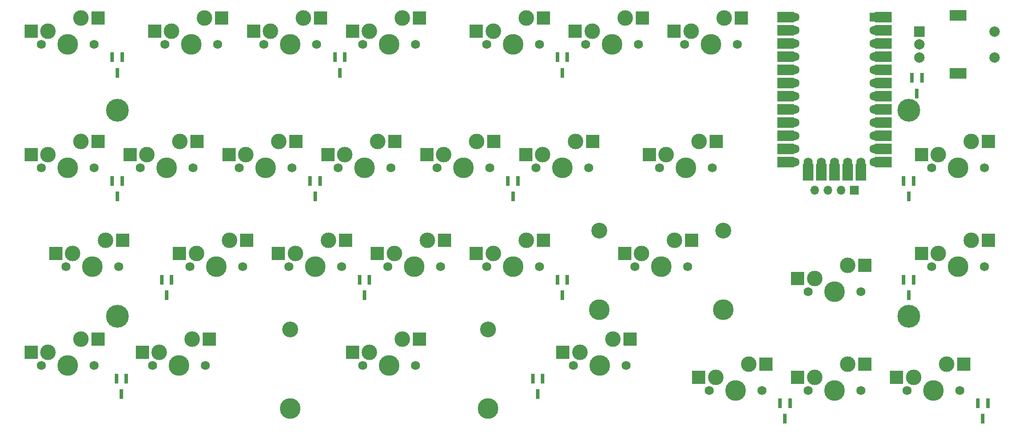
<source format=gbs>
G04 #@! TF.GenerationSoftware,KiCad,Pcbnew,(6.0.1-0)*
G04 #@! TF.CreationDate,2022-06-20T08:18:33-07:00*
G04 #@! TF.ProjectId,pcb,7063622e-6b69-4636-9164-5f7063625858,rev?*
G04 #@! TF.SameCoordinates,Original*
G04 #@! TF.FileFunction,Soldermask,Bot*
G04 #@! TF.FilePolarity,Negative*
%FSLAX46Y46*%
G04 Gerber Fmt 4.6, Leading zero omitted, Abs format (unit mm)*
G04 Created by KiCad (PCBNEW (6.0.1-0)) date 2022-06-20 08:18:33*
%MOMM*%
%LPD*%
G01*
G04 APERTURE LIST*
%ADD10C,3.000000*%
%ADD11C,3.987800*%
%ADD12C,1.750000*%
%ADD13R,2.550000X2.500000*%
%ADD14C,4.400000*%
%ADD15R,2.000000X2.000000*%
%ADD16C,2.000000*%
%ADD17R,3.200000X2.000000*%
%ADD18C,3.048000*%
%ADD19R,1.700000X1.700000*%
%ADD20O,1.700000X1.700000*%
%ADD21R,0.800000X1.900000*%
%ADD22R,1.752600X1.752600*%
%ADD23R,3.250000X2.000000*%
%ADD24C,1.752600*%
%ADD25R,2.000000X3.250000*%
G04 APERTURE END LIST*
D10*
X58102500Y-45085000D03*
X64452500Y-42545000D03*
D11*
X61912500Y-47625000D03*
D12*
X56832500Y-47625000D03*
X66992500Y-47625000D03*
D13*
X54827500Y-45085000D03*
X67754500Y-42545000D03*
D14*
X33337500Y-76200000D03*
D10*
X93027500Y-61595000D03*
D12*
X95567500Y-66675000D03*
D11*
X90487500Y-66675000D03*
D12*
X85407500Y-66675000D03*
D10*
X86677500Y-64135000D03*
D13*
X83402500Y-64135000D03*
X96329500Y-61595000D03*
D10*
X50165000Y-18732500D03*
D11*
X47625000Y-23812500D03*
D10*
X43815000Y-21272500D03*
D12*
X52705000Y-23812500D03*
X42545000Y-23812500D03*
D13*
X40540000Y-21272500D03*
X53467000Y-18732500D03*
D10*
X48577500Y-64135000D03*
D12*
X47307500Y-66675000D03*
D11*
X52387500Y-66675000D03*
D12*
X57467500Y-66675000D03*
D10*
X54927500Y-61595000D03*
D13*
X45302500Y-64135000D03*
X58229500Y-61595000D03*
D14*
X185737500Y-36512500D03*
D12*
X114617500Y-23812500D03*
D10*
X105727500Y-21272500D03*
D11*
X109537500Y-23812500D03*
D12*
X104457500Y-23812500D03*
D10*
X112077500Y-18732500D03*
D13*
X102452500Y-21272500D03*
X115379500Y-18732500D03*
D15*
X187768750Y-21312500D03*
D16*
X187768750Y-26312500D03*
X187768750Y-23812500D03*
D17*
X195268750Y-29412500D03*
X195268750Y-18212500D03*
D16*
X202268750Y-26312500D03*
X202268750Y-21312500D03*
D10*
X20002500Y-45085000D03*
D12*
X18732500Y-47625000D03*
X28892500Y-47625000D03*
D10*
X26352500Y-42545000D03*
D11*
X23812500Y-47625000D03*
D13*
X16727500Y-45085000D03*
X29654500Y-42545000D03*
D11*
X71437500Y-66675000D03*
D12*
X66357500Y-66675000D03*
D10*
X67627500Y-64135000D03*
D12*
X76517500Y-66675000D03*
D10*
X73977500Y-61595000D03*
D13*
X64352500Y-64135000D03*
X77279500Y-61595000D03*
D11*
X85725000Y-85725000D03*
D12*
X90805000Y-85725000D03*
D11*
X66675000Y-93980000D03*
D10*
X88265000Y-80645000D03*
D18*
X66675000Y-78740000D03*
D12*
X80645000Y-85725000D03*
D10*
X81915000Y-83185000D03*
D11*
X104775000Y-93980000D03*
D18*
X104775000Y-78740000D03*
D13*
X78640000Y-83185000D03*
X91567000Y-80645000D03*
D11*
X85725000Y-23812500D03*
D12*
X80645000Y-23812500D03*
D10*
X81915000Y-21272500D03*
X88265000Y-18732500D03*
D12*
X90805000Y-23812500D03*
D13*
X78640000Y-21272500D03*
X91567000Y-18732500D03*
D12*
X114617500Y-66675000D03*
D10*
X105727500Y-64135000D03*
D11*
X109537500Y-66675000D03*
D10*
X112077500Y-61595000D03*
D12*
X104457500Y-66675000D03*
D13*
X102452500Y-64135000D03*
X115379500Y-61595000D03*
D12*
X185420000Y-90487500D03*
D10*
X193040000Y-85407500D03*
X186690000Y-87947500D03*
D12*
X195580000Y-90487500D03*
D11*
X190500000Y-90487500D03*
D13*
X183415000Y-87947500D03*
X196342000Y-85407500D03*
D10*
X83502500Y-42545000D03*
D11*
X80962500Y-47625000D03*
D10*
X77152500Y-45085000D03*
D12*
X75882500Y-47625000D03*
X86042500Y-47625000D03*
D13*
X73877500Y-45085000D03*
X86804500Y-42545000D03*
D14*
X185737500Y-76200000D03*
D10*
X62865000Y-21272500D03*
D11*
X66675000Y-23812500D03*
D10*
X69215000Y-18732500D03*
D12*
X61595000Y-23812500D03*
X71755000Y-23812500D03*
D13*
X59590000Y-21272500D03*
X72517000Y-18732500D03*
D10*
X197802500Y-42545000D03*
D11*
X195262500Y-47625000D03*
D12*
X190182500Y-47625000D03*
D10*
X191452500Y-45085000D03*
D12*
X200342500Y-47625000D03*
D13*
X188177500Y-45085000D03*
X201104500Y-42545000D03*
D10*
X145415000Y-42545000D03*
D12*
X137795000Y-47625000D03*
D11*
X142875000Y-47625000D03*
D10*
X139065000Y-45085000D03*
D12*
X147955000Y-47625000D03*
D13*
X135790000Y-45085000D03*
X148717000Y-42545000D03*
D12*
X105092500Y-47625000D03*
X94932500Y-47625000D03*
D10*
X102552500Y-42545000D03*
X96202500Y-45085000D03*
D11*
X100012500Y-47625000D03*
D13*
X92927500Y-45085000D03*
X105854500Y-42545000D03*
D12*
X47942500Y-47625000D03*
D10*
X39052500Y-45085000D03*
D11*
X42862500Y-47625000D03*
D10*
X45402500Y-42545000D03*
D12*
X37782500Y-47625000D03*
D13*
X35777500Y-45085000D03*
X48704500Y-42545000D03*
D12*
X131286250Y-85725000D03*
D10*
X128746250Y-80645000D03*
D12*
X121126250Y-85725000D03*
D11*
X126206250Y-85725000D03*
D10*
X122396250Y-83185000D03*
D13*
X119121250Y-83185000D03*
X132048250Y-80645000D03*
D11*
X23812500Y-23812500D03*
D10*
X26352500Y-18732500D03*
D12*
X18732500Y-23812500D03*
D10*
X20002500Y-21272500D03*
D12*
X28892500Y-23812500D03*
D13*
X16727500Y-21272500D03*
X29654500Y-18732500D03*
D10*
X150177500Y-18732500D03*
D12*
X142557500Y-23812500D03*
D11*
X147637500Y-23812500D03*
D10*
X143827500Y-21272500D03*
D12*
X152717500Y-23812500D03*
D13*
X140552500Y-21272500D03*
X153479500Y-18732500D03*
D10*
X20002500Y-83185000D03*
X26352500Y-80645000D03*
D12*
X18732500Y-85725000D03*
X28892500Y-85725000D03*
D11*
X23812500Y-85725000D03*
D13*
X16727500Y-83185000D03*
X29654500Y-80645000D03*
D10*
X167640000Y-87947500D03*
X173990000Y-85407500D03*
D11*
X171450000Y-90487500D03*
D12*
X176530000Y-90487500D03*
X166370000Y-90487500D03*
D13*
X164365000Y-87947500D03*
X177292000Y-85407500D03*
D12*
X147320000Y-90487500D03*
D10*
X154940000Y-85407500D03*
X148590000Y-87947500D03*
D11*
X152400000Y-90487500D03*
D12*
X157480000Y-90487500D03*
D13*
X145315000Y-87947500D03*
X158242000Y-85407500D03*
D10*
X115252500Y-45085000D03*
D11*
X119062500Y-47625000D03*
D10*
X121602500Y-42545000D03*
D12*
X124142500Y-47625000D03*
X113982500Y-47625000D03*
D13*
X111977500Y-45085000D03*
X124904500Y-42545000D03*
D12*
X190182500Y-66675000D03*
X200342500Y-66675000D03*
D11*
X195262500Y-66675000D03*
D10*
X197802500Y-61595000D03*
X191452500Y-64135000D03*
D13*
X188177500Y-64135000D03*
X201104500Y-61595000D03*
D10*
X131127500Y-18732500D03*
D11*
X128587500Y-23812500D03*
D10*
X124777500Y-21272500D03*
D12*
X123507500Y-23812500D03*
X133667500Y-23812500D03*
D13*
X121502500Y-21272500D03*
X134429500Y-18732500D03*
D12*
X143192500Y-66675000D03*
D11*
X138112500Y-66675000D03*
D12*
X133032500Y-66675000D03*
D11*
X150050500Y-74930000D03*
X126174500Y-74930000D03*
D10*
X134302500Y-64135000D03*
D18*
X150050500Y-59690000D03*
X126174500Y-59690000D03*
D10*
X140652500Y-61595000D03*
D13*
X131027500Y-64135000D03*
X143954500Y-61595000D03*
D11*
X45243750Y-85725000D03*
D12*
X40163750Y-85725000D03*
D10*
X41433750Y-83185000D03*
X47783750Y-80645000D03*
D12*
X50323750Y-85725000D03*
D13*
X38158750Y-83185000D03*
X51085750Y-80645000D03*
D19*
X175260000Y-51885750D03*
D20*
X172720000Y-51885750D03*
X170180000Y-51885750D03*
X167640000Y-51885750D03*
D12*
X176530000Y-71437500D03*
D11*
X171450000Y-71437500D03*
D12*
X166370000Y-71437500D03*
D10*
X167640000Y-68897500D03*
X173990000Y-66357500D03*
D13*
X164365000Y-68897500D03*
X177292000Y-66357500D03*
D11*
X28575000Y-66675000D03*
D10*
X31115000Y-61595000D03*
D12*
X23495000Y-66675000D03*
X33655000Y-66675000D03*
D10*
X24765000Y-64135000D03*
D13*
X21490000Y-64135000D03*
X34417000Y-61595000D03*
D14*
X33337500Y-36512500D03*
D21*
X33181250Y-88193750D03*
X35081250Y-88193750D03*
X34131250Y-91193750D03*
X113350000Y-88193750D03*
X115250000Y-88193750D03*
X114300000Y-91193750D03*
D22*
X179070000Y-18573750D03*
D23*
X180848000Y-18573750D03*
D24*
X179070000Y-21113750D03*
D23*
X180848000Y-21113750D03*
D24*
X179070000Y-23653750D03*
D23*
X180848000Y-23653750D03*
X180848000Y-26193750D03*
D24*
X179070000Y-26193750D03*
X179070000Y-28733750D03*
D23*
X180848000Y-28733750D03*
X180848000Y-31273750D03*
D24*
X179070000Y-31273750D03*
D23*
X180848000Y-33813750D03*
D24*
X179070000Y-33813750D03*
X179070000Y-36353750D03*
D23*
X180848000Y-36353750D03*
D24*
X179070000Y-38893750D03*
D23*
X180848000Y-38893750D03*
X180848000Y-41433750D03*
D24*
X179070000Y-41433750D03*
X179070000Y-43973750D03*
D23*
X180848000Y-43973750D03*
D24*
X179070000Y-46513750D03*
D23*
X180848000Y-46513750D03*
D24*
X163830000Y-46513750D03*
D23*
X162052000Y-46513750D03*
D24*
X163830000Y-43973750D03*
D23*
X162052000Y-43973750D03*
X162052000Y-41433750D03*
D24*
X163830000Y-41433750D03*
D23*
X162052000Y-38893750D03*
D24*
X163830000Y-38893750D03*
X163830000Y-36353750D03*
D23*
X162052000Y-36353750D03*
X162052000Y-33813750D03*
D24*
X163830000Y-33813750D03*
D23*
X162052000Y-31273750D03*
D24*
X163830000Y-31273750D03*
D23*
X162052000Y-28733750D03*
D24*
X163830000Y-28733750D03*
D23*
X162052000Y-26193750D03*
D24*
X163830000Y-26193750D03*
D23*
X162052000Y-23653750D03*
D24*
X163830000Y-23653750D03*
X163830000Y-21113750D03*
D23*
X162052000Y-21113750D03*
X162052000Y-18573750D03*
D24*
X163830000Y-18573750D03*
D25*
X176530000Y-48418750D03*
D24*
X176530000Y-46513750D03*
D25*
X173990000Y-48418750D03*
D24*
X173990000Y-46513750D03*
X171450000Y-46513750D03*
D25*
X171450000Y-48418750D03*
D24*
X168910000Y-46513750D03*
D25*
X168910000Y-48418750D03*
X166370000Y-48418750D03*
D24*
X166370000Y-46513750D03*
D21*
X118112500Y-26281250D03*
X120012500Y-26281250D03*
X119062500Y-29281250D03*
X75250000Y-26281250D03*
X77150000Y-26281250D03*
X76200000Y-29281250D03*
X186375000Y-30250000D03*
X188275000Y-30250000D03*
X187325000Y-33250000D03*
X41912500Y-69143750D03*
X43812500Y-69143750D03*
X42862500Y-72143750D03*
X80012500Y-69143750D03*
X81912500Y-69143750D03*
X80962500Y-72143750D03*
X70487500Y-50093750D03*
X72387500Y-50093750D03*
X71437500Y-53093750D03*
X199075000Y-92956250D03*
X200975000Y-92956250D03*
X200025000Y-95956250D03*
X184787500Y-69143750D03*
X186687500Y-69143750D03*
X185737500Y-72143750D03*
X160975000Y-92956250D03*
X162875000Y-92956250D03*
X161925000Y-95956250D03*
X32387500Y-50093750D03*
X34287500Y-50093750D03*
X33337500Y-53093750D03*
X32387500Y-26281250D03*
X34287500Y-26281250D03*
X33337500Y-29281250D03*
X184787500Y-50093750D03*
X186687500Y-50093750D03*
X185737500Y-53093750D03*
X118112500Y-69143750D03*
X120012500Y-69143750D03*
X119062500Y-72143750D03*
X108587500Y-50093750D03*
X110487500Y-50093750D03*
X109537500Y-53093750D03*
M02*

</source>
